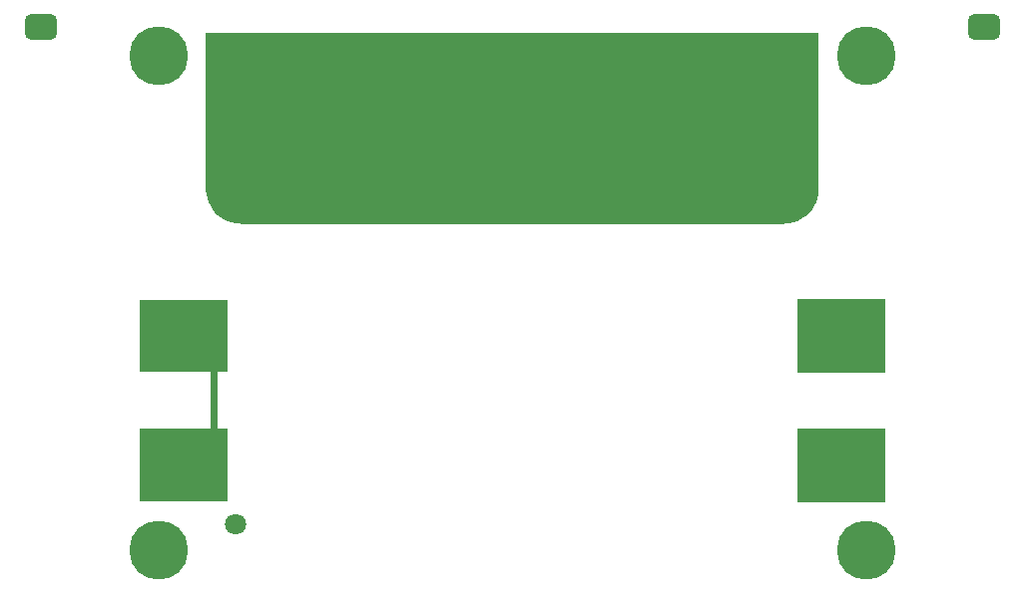
<source format=gbs>
%TF.GenerationSoftware,KiCad,Pcbnew,9.0.0*%
%TF.CreationDate,2025-06-19T17:55:55+01:00*%
%TF.ProjectId,solderbit-gamepad,736f6c64-6572-4626-9974-2d67616d6570,v0.7*%
%TF.SameCoordinates,Original*%
%TF.FileFunction,Soldermask,Bot*%
%TF.FilePolarity,Negative*%
%FSLAX46Y46*%
G04 Gerber Fmt 4.6, Leading zero omitted, Abs format (unit mm)*
G04 Created by KiCad (PCBNEW 9.0.0) date 2025-06-19 17:55:55*
%MOMM*%
%LPD*%
G01*
G04 APERTURE LIST*
G04 Aperture macros list*
%AMRoundRect*
0 Rectangle with rounded corners*
0 $1 Rounding radius*
0 $2 $3 $4 $5 $6 $7 $8 $9 X,Y pos of 4 corners*
0 Add a 4 corners polygon primitive as box body*
4,1,4,$2,$3,$4,$5,$6,$7,$8,$9,$2,$3,0*
0 Add four circle primitives for the rounded corners*
1,1,$1+$1,$2,$3*
1,1,$1+$1,$4,$5*
1,1,$1+$1,$6,$7*
1,1,$1+$1,$8,$9*
0 Add four rect primitives between the rounded corners*
20,1,$1+$1,$2,$3,$4,$5,0*
20,1,$1+$1,$4,$5,$6,$7,0*
20,1,$1+$1,$6,$7,$8,$9,0*
20,1,$1+$1,$8,$9,$2,$3,0*%
%AMFreePoly0*
4,1,29,3.751870,14.076870,3.763000,14.050000,3.763000,7.950000,3.751870,7.923130,3.725000,7.912000,-2.287000,7.912000,-2.287000,3.088000,3.725000,3.088000,3.751870,3.076870,3.763000,3.050000,3.763000,-3.050000,3.751870,-3.076870,3.725000,-3.088000,-3.725000,-3.088000,-3.751870,-3.076870,-3.763000,-3.050000,-3.763000,3.050000,-3.751870,3.076870,-3.725000,3.088000,-2.863000,3.088000,
-2.863000,7.912000,-3.725000,7.912000,-3.751870,7.923130,-3.763000,7.950000,-3.763000,14.050000,-3.751870,14.076870,-3.725000,14.088000,3.725000,14.088000,3.751870,14.076870,3.751870,14.076870,$1*%
G04 Aperture macros list end*
%ADD10C,0.000000*%
%ADD11RoundRect,0.569905X-0.818095X-0.518095X0.818095X-0.518095X0.818095X0.518095X-0.818095X0.518095X0*%
%ADD12C,5.000000*%
%ADD13FreePoly0,180.000000*%
%ADD14C,1.800000*%
%ADD15RoundRect,0.038000X3.725000X3.050000X-3.725000X3.050000X-3.725000X-3.050000X3.725000X-3.050000X0*%
G04 APERTURE END LIST*
D10*
G36*
X130264719Y-51814719D02*
G01*
X130262399Y-51983065D01*
X130224701Y-52317640D01*
X130149780Y-52645891D01*
X130038578Y-52963689D01*
X129892492Y-53267038D01*
X129713361Y-53552123D01*
X129503437Y-53815360D01*
X129265360Y-54053437D01*
X129002123Y-54263361D01*
X128717038Y-54442492D01*
X128413689Y-54588578D01*
X128095891Y-54699780D01*
X127767640Y-54774701D01*
X127433065Y-54812399D01*
X127264719Y-54814719D01*
X81264720Y-54814719D01*
X81096374Y-54812399D01*
X80761799Y-54774701D01*
X80433548Y-54699780D01*
X80115750Y-54588578D01*
X79812400Y-54442492D01*
X79527315Y-54263361D01*
X79264078Y-54053437D01*
X79026001Y-53815360D01*
X78816077Y-53552123D01*
X78636946Y-53267038D01*
X78490860Y-52963688D01*
X78379658Y-52645890D01*
X78304737Y-52317639D01*
X78267039Y-51983064D01*
X78264719Y-51814718D01*
X78264719Y-38564719D01*
X130264719Y-38564719D01*
X130264719Y-51814719D01*
G37*
D11*
X144264719Y-38064719D03*
X64264719Y-38064719D03*
D12*
X134264719Y-40564719D03*
X74264719Y-82564719D03*
X134264719Y-82564719D03*
X74264719Y-40564719D03*
D13*
X76389719Y-64364719D03*
D14*
X80814719Y-80314719D03*
D15*
X132139719Y-75364719D03*
X132139719Y-64364719D03*
M02*

</source>
